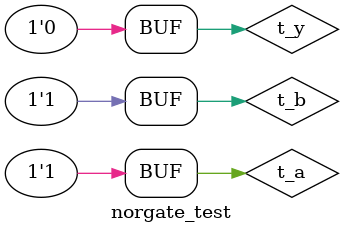
<source format=v>
module norgate_test;
wire t_y;
reg t_a,t_b;


norgate test_gate(t_a,t_b,t_y);

initial
begin

    t_y = 0;
$monitor(t_a,t_b,t_y);
t_a = 1'b0;
t_b = 1'b0;

#5

t_a = 1'b0;
t_b = 1'b1;

#5


t_a = 1'b1;
t_b = 1'b0;

#5


t_a = 1'b1;
t_b = 1'b1;

end
endmodule

</source>
